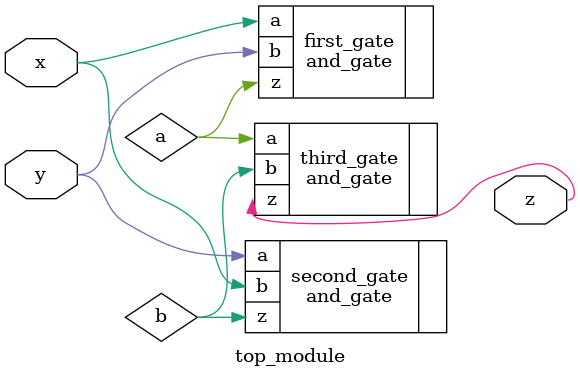
<source format=sv>
module top_module(
    input x,
    input y,
    output z);

    wire a;
    wire b;

    and_gate first_gate(
        .a(x),
        .b(y),
        .z(a)
    );

    and_gate second_gate(
        .a(y),
        .b(x),
        .z(b)
    );

    and_gate third_gate(
        .a(a),
        .b(b),
        .z(z)
    );
    
endmodule

</source>
